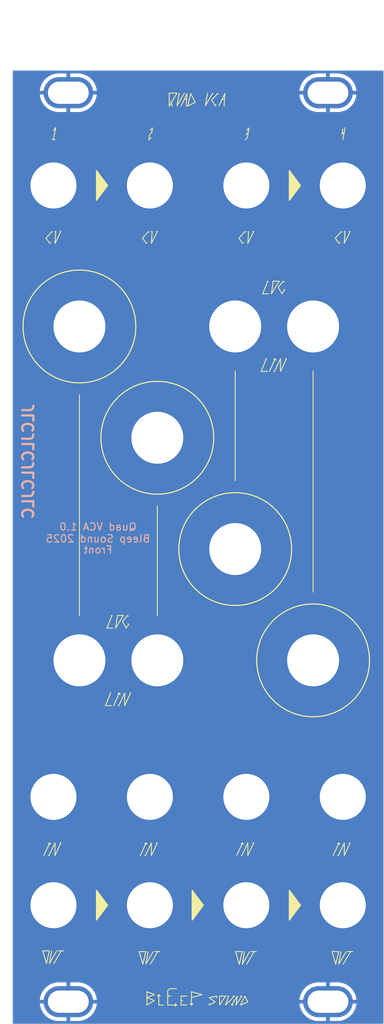
<source format=kicad_pcb>
(kicad_pcb (version 20240108) (generator "pcbnew") (generator_version "8.0")
  (layers (0 "F.Cu" signal) (31 "B.Cu" signal) (34 "B.Paste" user) (35 "F.Paste" user) (36 "B.SilkS" user "B.Silkscreen") (37 "F.SilkS" user "F.Silkscreen") (38 "B.Mask" user) (39 "F.Mask" user) (44 "Edge.Cuts" user))
  (net 0 "")
  (net 1 "GND")
  (footprint "Kicad-perso:Doepfer Mounting hole" (layer "F.Cu") (at 184.5 30.5)
    (property "Reference" "H3" (hide yes))
    (property "Value" "MountingHole_Pad")
    (pad "1" thru_hole oval (at 0 0) (size 6.7 4.2) (drill oval 5.5 3) (layers "*.Cu" "*.Mask") (net 1 "GND"))
  )
  (footprint "Kicad-perso:Doepfer Mounting hole" (layer "F.Cu") (at 219.5 30.5)
    (property "Reference" "H4" (hide yes))
    (property "Value" "MountingHole_Pad")
    (pad "1" thru_hole oval (at 0 0) (size 6.7 4.2) (drill oval 5.5 3) (layers "*.Cu" "*.Mask") (net 1 "GND"))
  )
  (footprint "Kicad-perso:Doepfer Mounting hole" (layer "F.Cu") (at 219.5 153)
    (property "Reference" "H5" (hide yes))
    (property "Value" "MountingHole_Pad")
    (pad "1" thru_hole oval (at 0 0) (size 6.7 4.2) (drill oval 5.5 3) (layers "*.Cu" "*.Mask") (net 1 "GND"))
  )
  (footprint "Kicad-perso:Doepfer Mounting hole" (layer "F.Cu") (at 184.5 153)
    (property "Reference" "H6" (hide yes))
    (property "Value" "MountingHole_Pad")
    (pad "1" thru_hole oval (at 0 0) (size 6.7 4.2) (drill oval 5.5 3) (layers "*.Cu" "*.Mask") (net 1 "GND"))
  )
  (gr_line (start 196.100001 152.05) (end 195.100001 151.65) (stroke (width 0.12)) (layer "F.SilkS"))
  (gr_line (start 200.900001 153.25) (end 201.100001 153.45) (stroke (width 0.12)) (layer "F.SilkS"))
  (gr_line (start 205.700001 152.25) (end 204.900001 152.25) (stroke (width 0.12)) (layer "F.SilkS"))
  (gr_line (start 208.300001 152.25) (end 208.700001 153.05) (stroke (width 0.12)) (layer "F.SilkS"))
  (gr_line (start 221.8 35.2) (end 221.7 35.8) (stroke (width 0.12)) (layer "F.SilkS"))
  (gr_poly (pts (xy 202.7 140) (xy 201.2 142) (xy 201.2 138)) (stroke (width 0.15)) (fill solid) (layer "F.SilkS"))
  (gr_line (start 195.250001 146.25) (end 194.950001 147.95) (stroke (width 0.12)) (layer "F.SilkS"))
  (gr_line (start 189.7 102.65) (end 190.5 102.65) (stroke (width 0.12)) (layer "F.SilkS"))
  (gr_line (start 222.5 49.2) (end 222.4 49.2) (stroke (width 0.12)) (layer "F.SilkS"))
  (gr_line (start 196.5 131.6) (end 196.4 131.6) (stroke (width 0.12)) (layer "F.SilkS"))
  (gr_line (start 196.5 49.2) (end 195.7 50.8) (stroke (width 0.12)) (layer "F.SilkS"))
  (gr_line (start 209.5 49.2) (end 209.4 49.2) (stroke (width 0.12)) (layer "F.SilkS"))
  (gr_line (start 220.9 133.3) (end 221.7 131.6) (stroke (width 0.12)) (layer "F.SilkS"))
  (gr_line (start 221 131.6) (end 220.8 131.7) (stroke (width 0.12)) (layer "F.SilkS"))
  (gr_line (start 190.4 100.95) (end 190.3 100.95) (stroke (width 0.12)) (layer "F.SilkS"))
  (gr_line (start 221.7 35.8) (end 221.5 36.8) (stroke (width 0.12)) (layer "F.SilkS"))
  (gr_line (start 208.45 36.15) (end 208.75 35.85) (stroke (width 0.12)) (layer "F.SilkS"))
  (gr_line (start 211.2 66.35) (end 210.5 68.05) (stroke (width 0.12)) (layer "F.SilkS"))
  (gr_line (start 201.100001 153.45) (end 201.100001 153.25) (stroke (width 0.12)) (layer "F.SilkS"))
  (gr_line (start 182.3 49.2) (end 182.4 49.3) (stroke (width 0.12)) (layer "F.SilkS"))
  (gr_line (start 202.500001 152.05) (end 201.100001 152.45) (stroke (width 0.12)) (layer "F.SilkS"))
  (gr_line (start 181.9 133.3) (end 181.8 133.3) (stroke (width 0.12)) (layer "F.SilkS"))
  (gr_line (start 208.250001 146.25) (end 207.950001 147.95) (stroke (width 0.12)) (layer "F.SilkS"))
  (gr_line (start 209.150001 146.25) (end 209.850001 146.25) (stroke (width 0.12)) (layer "F.SilkS"))
  (gr_line (start 192.5 100.95) (end 191.8 101.75) (stroke (width 0.12)) (layer "F.SilkS"))
  (gr_line (start 190.6 113.1) (end 191.4 111.4) (stroke (width 0.12)) (layer "F.SilkS"))
  (gr_line (start 196.550001 146.25) (end 195.550001 147.95) (stroke (width 0.12)) (layer "F.SilkS"))
  (gr_line (start 213.9 66.35) (end 213.8 66.35) (stroke (width 0.12)) (layer "F.SilkS"))
  (gr_line (start 204.625 30.6) (end 204.725 30.7) (stroke (width 0.12)) (layer "F.SilkS"))
  (gr_line (start 182.3 36.8) (end 182.7 36.8) (stroke (width 0.12)) (layer "F.SilkS"))
  (gr_line (start 205.6 30.6) (end 205.5 32.3) (stroke (width 0.12)) (layer "F.SilkS"))
  (gr_poly (pts (xy 189.800001 140) (xy 188.300001 142) (xy 188.300001 138)) (stroke (width 0.15)) (fill solid) (layer "F.SilkS"))
  (gr_line (start 208.55 35.55) (end 208.85 35.25) (stroke (width 0.12)) (layer "F.SilkS"))
  (gr_line (start 200.5 30.6) (end 200.4 32.3) (stroke (width 0.12)) (layer "F.SilkS"))
  (gr_line (start 195.3 49.2) (end 194.5 50.1) (stroke (width 0.12)) (layer "F.SilkS"))
  (gr_line (start 207.300001 152.25) (end 206.500001 153.45) (stroke (width 0.12)) (layer "F.SilkS"))
  (gr_line (start 198.300001 151.25) (end 199.100001 151.25) (stroke (width 0.12)) (layer "F.SilkS"))
  (gr_line (start 211.4 55.9) (end 211.3 55.9) (stroke (width 0.12)) (layer "F.SilkS"))
  (gr_line (start 207.900001 152.25) (end 207.700001 152.25) (stroke (width 0.12)) (layer "F.SilkS"))
  (gr_line (start 190.2 111.4) (end 189.5 113.1) (stroke (width 0.12)) (layer "F.SilkS"))
  (gr_line (start 199.15 32.25) (end 200.15 30.55) (stroke (width 0.12)) (layer "F.SilkS"))
  (gr_line (start 208.8 49.2) (end 208.7 50.8) (stroke (width 0.12)) (layer "F.SilkS"))
  (gr_line (start 182.250001 146.15) (end 181.950001 147.85) (stroke (width 0.12)) (layer "F.SilkS"))
  (gr_line (start 204.325 32.25) (end 204.425 32.1) (stroke (width 0.12)) (layer "F.SilkS"))
  (gr_line (start 183.5 49.2) (end 183.4 49.2) (stroke (width 0.12)) (layer "F.SilkS"))
  (gr_line (start 213.55 57) (end 213.65 57.1) (stroke (width 0.12)) (layer "F.SilkS"))
  (gr_line (start 208.8 49.2) (end 208.7 49.2) (stroke (width 0.12)) (layer "F.SilkS"))
  (gr_line (start 207.100001 153.45) (end 207.900001 152.25) (stroke (width 0.12)) (layer "F.SilkS"))
  (gr_line (start 196.700001 153.45) (end 197.300001 153.45) (stroke (width 0.12)) (layer "F.SilkS"))
  (gr_line (start 213.3 57.6) (end 213.65 57.1) (stroke (width 0.12)) (layer "F.SilkS"))
  (gr_line (start 212.925 55.9) (end 211.875 57.6) (stroke (width 0.12)) (layer "F.SilkS"))
  (gr_line (start 181.9 133.3) (end 182.7 131.6) (stroke (width 0.12)) (layer "F.SilkS"))
  (gr_line (start 208.7 131.6) (end 208.7 133.3) (stroke (width 0.12)) (layer "F.SilkS"))
  (gr_line (start 200.5 30.6) (end 199.7 32.3) (stroke (width 0.12)) (layer "F.SilkS"))
  (gr_line (start 221.3 49.2) (end 221.4 49.3) (stroke (width 0.12)) (layer "F.SilkS"))
  (gr_circle (center 186 62) (end 193.6 62) (stroke (width 0.15)) (fill none) (layer "F.SilkS"))
  (gr_line (start 199.700001 152.25) (end 200.500001 152.25) (stroke (width 0.12)) (layer "F.SilkS"))
  (gr_line (start 194.2 133.3) (end 195 131.6) (stroke (width 0.12)) (layer "F.SilkS"))
  (gr_line (start 208.300001 152.25) (end 207.700001 153.45) (stroke (width 0.12)) (layer "F.SilkS"))
  (gr_line (start 191.4 111.4) (end 191.5 111.6) (stroke (width 0.12)) (layer "F.SilkS"))
  (gr_line (start 192.9 111.4) (end 192.8 111.4) (stroke (width 0.12)) (layer "F.SilkS"))
  (gr_line (start 192.55 102.05) (end 192.65 102.15) (stroke (width 0.12)) (layer "F.SilkS"))
  (gr_line (start 195.85 35.25) (end 195.75 35.85) (stroke (width 0.12)) (layer "F.SilkS"))
  (gr_line (start 201 30.6) (end 200.6 32.3) (stroke (width 0.12)) (layer "F.SilkS"))
  (gr_line (start 212.3 68.05) (end 212.2 68.05) (stroke (width 0.12)) (layer "F.SilkS"))
  (gr_line (start 195.8 49.2) (end 195.7 50.8) (stroke (width 0.12)) (layer "F.SilkS"))
  (gr_line (start 208.3 49.2) (end 207.5 50.1) (stroke (width 0.12)) (layer "F.SilkS"))
  (gr_poly (pts (xy 215.800001 140) (xy 214.300001 142) (xy 214.300001 138)) (stroke (width 0.15)) (fill solid) (layer "F.SilkS"))
  (gr_line (start 195.45 36.15) (end 195.75 35.85) (stroke (width 0.12)) (layer "F.SilkS"))
  (gr_line (start 208.7 133.3) (end 209.5 131.6) (stroke (width 0.12)) (layer "F.SilkS"))
  (gr_line (start 220.5 50.1) (end 221 50.8) (stroke (width 0.12)) (layer "F.SilkS"))
  (gr_line (start 191.925 100.95) (end 190.875 102.65) (stroke (width 0.12)) (layer "F.SilkS"))
  (gr_line (start 196.700001 152.05) (end 196.700001 153.45) (stroke (width 0.12)) (layer "F.SilkS"))
  (gr_line (start 182.7 133.3) (end 183.5 131.6) (stroke (width 0.12)) (layer "F.SilkS"))
  (gr_line (start 221.5 35.4) (end 221.4 36.1) (stroke (width 0.12)) (layer "F.SilkS"))
  (gr_line (start 194.550001 147.95) (end 194.050001 146.25) (stroke (width 0.12)) (layer "F.SilkS"))
  (gr_line (start 197.900001 151.65) (end 197.900001 153.45) (stroke (width 0.12)) (layer "F.SilkS"))
  (gr_line (start 183.5 49.2) (end 182.7 50.8) (stroke (width 0.12)) (layer "F.SilkS"))
  (gr_line (start 195 131.6) (end 194.8 131.7) (stroke (width 0.12)) (layer "F.SilkS"))
  (gr_line (start 205.700001 153.45) (end 206.900001 152.25) (stroke (width 0.12)) (layer "F.SilkS"))
  (gr_line (start 217.5 97.8) (end 217.5 68) (stroke (width 0.12)) (layer "F.SilkS"))
  (gr_line (start 203.500001 152.45) (end 204.300001 153.05) (stroke (width 0.12)) (layer "F.SilkS"))
  (gr_line (start 208 131.6) (end 208.1 131.8) (stroke (width 0.12)) (layer "F.SilkS"))
  (gr_line (start 221.4 36.1) (end 221.7 35.8) (stroke (width 0.12)) (layer "F.SilkS"))
  (gr_line (start 191.125 100.95) (end 191.925 100.95) (stroke (width 0.12)) (layer "F.SilkS"))
  (gr_line (start 182 131.6) (end 181.8 131.7) (stroke (width 0.12)) (layer "F.SilkS"))
  (gr_line (start 199.15 30.55) (end 198.1 32.3) (stroke (width 0.12)) (layer "F.SilkS"))
  (gr_line (start 192.1 113.1) (end 192.9 111.4) (stroke (width 0.12)) (layer "F.SilkS"))
  (gr_line (start 206.500001 153.45) (end 206.700001 153.45) (stroke (width 0.12)) (layer "F.SilkS"))
  (gr_line (start 181.5 50.1) (end 182 50.8) (stroke (width 0.12)) (layer "F.SilkS"))
  (gr_line (start 192.3 102.65) (end 192.65 102.15) (stroke (width 0.12)) (layer "F.SilkS"))
  (gr_line (start 206.900001 152.25) (end 206.700001 152.25) (stroke (width 0.12)) (layer "F.SilkS"))
  (gr_line (start 208.75 35.85) (end 208.65 36.55) (stroke (width 0.12)) (layer "F.SilkS"))
  (gr_line (start 201.100001 153.45) (end 201.300001 153.25) (stroke (width 0.12)) (layer "F.SilkS"))
  (gr_line (start 207.9 133.3) (end 208.7 131.6) (stroke (width 0.12)) (layer "F.SilkS"))
  (gr_line (start 181.2 133.3) (end 182 131.6) (stroke (width 0.12)) (layer "F.SilkS"))
  (gr_line (start 191.3 113.1) (end 192.1 111.4) (stroke (width 0.12)) (layer "F.SilkS"))
  (gr_line (start 222.5 49.2) (end 221.7 50.8) (stroke (width 0.12)) (layer "F.SilkS"))
  (gr_line (start 183.150001 146.15) (end 183.850001 146.15) (stroke (width 0.12)) (layer "F.SilkS"))
  (gr_line (start 195.55 35.55) (end 195.85 35.25) (stroke (width 0.12)) (layer "F.SilkS"))
  (gr_line (start 198.3 31.7) (end 198.5 32.3) (stroke (width 0.12)) (layer "F.SilkS"))
  (gr_line (start 212.8 56.7) (end 213.3 57.6) (stroke (width 0.12)) (layer "F.SilkS"))
  (gr_line (start 190.875 102.65) (end 191.125 100.95) (stroke (width 0.12)) (layer "F.SilkS"))
  (gr_line (start 182.8 49.2) (end 182.7 50.8) (stroke (width 0.12)) (layer "F.SilkS"))
  (gr_line (start 209.5 131.6) (end 209.4 131.6) (stroke (width 0.12)) (layer "F.SilkS"))
  (gr_line (start 221.8 49.2) (end 221.7 50.8) (stroke (width 0.12)) (layer "F.SilkS"))
  (gr_line (start 194.050001 146.25) (end 194.950001 146.25) (stroke (width 0.12)) (layer "F.SilkS"))
  (gr_line (start 208.65 36.55) (end 208.35 36.85) (stroke (width 0.12)) (layer "F.SilkS"))
  (gr_line (start 221.8 49.2) (end 221.7 49.2) (stroke (width 0.12)) (layer "F.SilkS"))
  (gr_line (start 220.550001 147.95) (end 220.050001 146.25) (stroke (width 0.12)) (layer "F.SilkS"))
  (gr_line (start 196.700001 152.05) (end 196.900001 152.25) (stroke (width 0.12)) (layer "F.SilkS"))
  (gr_line (start 195.100001 151.65) (end 195.100001 153.45) (stroke (width 0.12)) (layer "F.SilkS"))
  (gr_line (start 195.100001 153.45) (end 196.100001 152.85) (stroke (width 0.12)) (layer "F.SilkS"))
  (gr_line (start 208.3 49.2) (end 208.4 49.3) (stroke (width 0.12)) (layer "F.SilkS"))
  (gr_line (start 210.5 68.05) (end 211.3 68.05) (stroke (width 0.12)) (layer "F.SilkS"))
  (gr_line (start 210.7 57.6) (end 211.5 57.6) (stroke (width 0.12)) (layer "F.SilkS"))
  (gr_line (start 207.9 133.3) (end 207.8 133.3) (stroke (width 0.12)) (layer "F.SilkS"))
  (gr_poly (pts (xy 189.8 43) (xy 188.3 45) (xy 188.3 41)) (stroke (width 0.15)) (fill solid) (layer "F.SilkS"))
  (gr_line (start 213.5 55.9) (end 212.8 56.7) (stroke (width 0.12)) (layer "F.SilkS"))
  (gr_line (start 195.8 49.2) (end 195.7 49.2) (stroke (width 0.12)) (layer "F.SilkS"))
  (gr_line (start 182 50.8) (end 182.1 50.7) (stroke (width 0.12)) (layer "F.SilkS"))
  (gr_line (start 196.5 49.2) (end 196.4 49.2) (stroke (width 0.12)) (layer "F.SilkS"))
  (gr_arc (start 197.900001 151.65) (mid 198.017158 151.367158) (end 198.300001 151.25) (stroke (width 0.12)) (layer "F.SilkS"))
  (gr_line (start 221 50.8) (end 221.1 50.7) (stroke (width 0.12)) (layer "F.SilkS"))
  (gr_line (start 183.550001 146.15) (end 182.550001 147.85) (stroke (width 0.12)) (layer "F.SilkS"))
  (gr_line (start 199.700001 153.45) (end 200.500001 153.45) (stroke (width 0.12)) (layer "F.SilkS"))
  (gr_line (start 211.4 55.9) (end 210.7 57.6) (stroke (width 0.12)) (layer "F.SilkS"))
  (gr_line (start 194.5 50.1) (end 195 50.8) (stroke (width 0.12)) (layer "F.SilkS"))
  (gr_line (start 182.7 131.6) (end 182.7 133.3) (stroke (width 0.12)) (layer "F.SilkS"))
  (gr_line (start 203.500001 153.45) (end 203.500001 153.25) (stroke (width 0.12)) (layer "F.SilkS"))
  (gr_circle (center 217.5 107) (end 225.1 107) (stroke (width 0.15)) (fill none) (layer "F.SilkS"))
  (gr_line (start 213.1 68.05) (end 213.9 66.35) (stroke (width 0.12)) (layer "F.SilkS"))
  (gr_line (start 212.4 66.35) (end 212.2 66.45) (stroke (width 0.12)) (layer "F.SilkS"))
  (gr_line (start 206.100001 152.25) (end 205.900001 152.25) (stroke (width 0.12)) (layer "F.SilkS"))
  (gr_line (start 194.9 133.3) (end 195.7 131.6) (stroke (width 0.12)) (layer "F.SilkS"))
  (gr_line (start 199.700001 152.25) (end 199.700001 153.45) (stroke (width 0.12)) (layer "F.SilkS"))
  (gr_line (start 181.050001 146.15) (end 181.950001 146.15) (stroke (width 0.12)) (layer "F.SilkS"))
  (gr_line (start 197.900001 153.45) (end 199.100001 153.45) (stroke (width 0.12)) (layer "F.SilkS"))
  (gr_line (start 191.3 113.1) (end 191.2 113.1) (stroke (width 0.12)) (layer "F.SilkS"))
  (gr_line (start 221.7 133.3) (end 222.5 131.6) (stroke (width 0.12)) (layer "F.SilkS"))
  (gr_line (start 201.6 31.8) (end 201 30.6) (stroke (width 0.12)) (layer "F.SilkS"))
  (gr_line (start 204.300001 153.05) (end 203.500001 153.45) (stroke (width 0.12)) (layer "F.SilkS"))
  (gr_line (start 195.7 133.3) (end 196.5 131.6) (stroke (width 0.12)) (layer "F.SilkS"))
  (gr_line (start 213.5 55.9) (end 213.6 56) (stroke (width 0.12)) (layer "F.SilkS"))
  (gr_line (start 196.700001 152.05) (end 196.500001 152.25) (stroke (width 0.12)) (layer "F.SilkS"))
  (gr_line (start 211.875 57.6) (end 212.125 55.9) (stroke (width 0.12)) (layer "F.SilkS"))
  (gr_circle (center 196.5 77) (end 204.1 77) (stroke (width 0.15)) (fill none) (layer "F.SilkS"))
  (gr_line (start 201.100001 151.65) (end 201.100001 153.45) (stroke (width 0.12)) (layer "F.SilkS"))
  (gr_line (start 182.3 49.2) (end 181.5 50.1) (stroke (width 0.12)) (layer "F.SilkS"))
  (gr_line (start 204.625 30.6) (end 203.825 31.5) (stroke (width 0.12)) (layer "F.SilkS"))
  (gr_line (start 195.7 131.6) (end 195.7 133.3) (stroke (width 0.12)) (layer "F.SilkS"))
  (gr_line (start 212.4 66.35) (end 212.5 66.55) (stroke (width 0.12)) (layer "F.SilkS"))
  (gr_line (start 199.700001 152.85) (end 199.900001 152.85) (stroke (width 0.12)) (layer "F.SilkS"))
  (gr_line (start 204.900001 152.25) (end 204.900001 153.45) (stroke (width 0.12)) (layer "F.SilkS"))
  (gr_line (start 192.1 111.4) (end 192.1 113.1) (stroke (width 0.12)) (layer "F.SilkS"))
  (gr_line (start 183.5 131.6) (end 183.4 131.6) (stroke (width 0.12)) (layer "F.SilkS"))
  (gr_line (start 211.2 66.35) (end 211.1 66.35) (stroke (width 0.12)) (layer "F.SilkS"))
  (gr_line (start 207.2 133.3) (end 208 131.6) (stroke (width 0.12)) (layer "F.SilkS"))
  (gr_line (start 196.150001 146.25) (end 196.850001 146.25) (stroke (width 0.12)) (layer "F.SilkS"))
  (gr_line (start 195 50.8) (end 195.1 50.7) (stroke (width 0.12)) (layer "F.SilkS"))
  (gr_line (start 220.950001 146.25) (end 220.550001 147.95) (stroke (width 0.12)) (layer "F.SilkS"))
  (gr_line (start 201.100001 151.65) (end 202.500001 152.05) (stroke (width 0.12)) (layer "F.SilkS"))
  (gr_line (start 213.1 66.35) (end 213.1 68.05) (stroke (width 0.12)) (layer "F.SilkS"))
  (gr_poly (pts (xy 215.8 43) (xy 214.3 45) (xy 214.3 41)) (stroke (width 0.15)) (fill solid) (layer "F.SilkS"))
  (gr_line (start 211.6 68.05) (end 212.4 66.35) (stroke (width 0.12)) (layer "F.SilkS"))
  (gr_line (start 207.950001 147.95) (end 208.950001 146.25) (stroke (width 0.12)) (layer "F.SilkS"))
  (gr_line (start 205.5 31.4) (end 205.3 31.4) (stroke (width 0.12)) (layer "F.SilkS"))
  (gr_line (start 222.5 131.6) (end 222.4 131.6) (stroke (width 0.12)) (layer "F.SilkS"))
  (gr_line (start 195 131.6) (end 195.1 131.8) (stroke (width 0.12)) (layer "F.SilkS"))
  (gr_line (start 199.45 30.55) (end 199.15 32.25) (stroke (width 0.12)) (layer "F.SilkS"))
  (gr_line (start 204.500001 152.25) (end 203.500001 152.45) (stroke (width 0.12)) (layer "F.SilkS"))
  (gr_line (start 209.5 49.2) (end 208.7 50.8) (stroke (width 0.12)) (layer "F.SilkS"))
  (gr_line (start 194.950001 146.25) (end 194.550001 147.95) (stroke (width 0.12)) (layer "F.SilkS"))
  (gr_line (start 202.975 32.25) (end 203.975 30.55) (stroke (width 0.12)) (layer "F.SilkS"))
  (gr_line (start 204.500001 152.25) (end 204.500001 152.45) (stroke (width 0.12)) (layer "F.SilkS"))
  (gr_line (start 208.85 35.25) (end 208.75 35.85) (stroke (width 0.12)) (layer "F.SilkS"))
  (gr_line (start 212.3 68.05) (end 213.1 66.35) (stroke (width 0.12)) (layer "F.SilkS"))
  (gr_line (start 220.2 133.3) (end 221 131.6) (stroke (width 0.12)) (layer "F.SilkS"))
  (gr_line (start 200.6 32.3) (end 201.6 31.8) (stroke (width 0.12)) (layer "F.SilkS"))
  (gr_circle (center 207 92) (end 214.6 92) (stroke (width 0.15)) (fill none) (layer "F.SilkS"))
  (gr_line (start 208 131.6) (end 207.8 131.7) (stroke (width 0.12)) (layer "F.SilkS"))
  (gr_line (start 221 131.6) (end 221.1 131.8) (stroke (width 0.12)) (layer "F.SilkS"))
  (gr_line (start 222.550001 146.25) (end 221.550001 147.95) (stroke (width 0.12)) (layer "F.SilkS"))
  (gr_line (start 207.550001 147.95) (end 207.050001 146.25) (stroke (width 0.12)) (layer "F.SilkS"))
  (gr_line (start 208 50.8) (end 208.1 50.7) (stroke (width 0.12)) (layer "F.SilkS"))
  (gr_line (start 182 131.6) (end 182.1 131.8) (stroke (width 0.12)) (layer "F.SilkS"))
  (gr_line (start 195.3 49.2) (end 195.4 49.3) (stroke (width 0.12)) (layer "F.SilkS"))
  (gr_line (start 198.1 30.55) (end 199.15 30.55) (stroke (width 0.12)) (layer "F.SilkS"))
  (gr_line (start 212.125 55.9) (end 212.925 55.9) (stroke (width 0.12)) (layer "F.SilkS"))
  (gr_line (start 206.100001 152.25) (end 205.700001 153.45) (stroke (width 0.12)) (layer "F.SilkS"))
  (gr_line (start 207.050001 146.25) (end 207.950001 146.25) (stroke (width 0.12)) (layer "F.SilkS"))
  (gr_line (start 198.1 32.3) (end 198.1 30.55) (stroke (width 0.12)) (layer "F.SilkS"))
  (gr_line (start 207.5 50.1) (end 208 50.8) (stroke (width 0.12)) (layer "F.SilkS"))
  (gr_line (start 199.100001 153.45) (end 198.900001 153.25) (stroke (width 0.12)) (layer "F.SilkS"))
  (gr_line (start 182.8 49.2) (end 182.7 49.2) (stroke (width 0.12)) (layer "F.SilkS"))
  (gr_line (start 196.100001 152.85) (end 195.100001 152.45) (stroke (width 0.12)) (layer "F.SilkS"))
  (gr_line (start 190.2 111.4) (end 190.1 111.4) (stroke (width 0.12)) (layer "F.SilkS"))
  (gr_line (start 191.4 111.4) (end 191.2 111.5) (stroke (width 0.12)) (layer "F.SilkS"))
  (gr_line (start 207 82.8) (end 207 68) (stroke (width 0.12)) (layer "F.SilkS"))
  (gr_line (start 194.950001 147.95) (end 195.950001 146.25) (stroke (width 0.12)) (layer "F.SilkS"))
  (gr_line (start 181.950001 147.85) (end 182.950001 146.15) (stroke (width 0.12)) (layer "F.SilkS"))
  (gr_line (start 191.8 101.75) (end 192.3 102.65) (stroke (width 0.12)) (layer "F.SilkS"))
  (gr_line (start 199.100001 153.45) (end 198.900001 153.65) (stroke (width 0.12)) (layer "F.SilkS"))
  (gr_line (start 186 101) (end 186 71.2) (stroke (width 0.12)) (layer "F.SilkS"))
  (gr_line (start 220.9 133.3) (end 220.8 133.3) (stroke (width 0.12)) (layer "F.SilkS"))
  (gr_line (start 189.5 113.1) (end 190.3 113.1) (stroke (width 0.12)) (layer "F.SilkS"))
  (gr_line (start 200.4 31.4) (end 200.2 31.4) (stroke (width 0.12)) (layer "F.SilkS"))
  (gr_line (start 197.900001 152.25) (end 198.300001 152.25) (stroke (width 0.12)) (layer "F.SilkS"))
  (gr_line (start 207.700001 153.45) (end 208.700001 153.05) (stroke (width 0.12)) (layer "F.SilkS"))
  (gr_line (start 195.45 36.15) (end 195.35 36.85) (stroke (width 0.12)) (layer "F.SilkS"))
  (gr_line (start 221.7 131.6) (end 221.7 133.3) (stroke (width 0.12)) (layer "F.SilkS"))
  (gr_line (start 207.300001 152.25) (end 207.100001 153.45) (stroke (width 0.12)) (layer "F.SilkS"))
  (gr_line (start 196.5 101) (end 196.5 86.2) (stroke (width 0.12)) (layer "F.SilkS"))
  (gr_line (start 205.6 30.6) (end 204.8 32.3) (stroke (width 0.12)) (layer "F.SilkS"))
  (gr_line (start 220.950001 147.95) (end 221.950001 146.25) (stroke (width 0.12)) (layer "F.SilkS"))
  (gr_line (start 190.4 100.95) (end 189.7 102.65) (stroke (width 0.12)) (layer "F.SilkS"))
  (gr_line (start 181.950001 146.15) (end 181.550001 147.85) (stroke (width 0.12)) (layer "F.SilkS"))
  (gr_line (start 195.65 36.55) (end 195.35 36.85) (stroke (width 0.12)) (layer "F.SilkS"))
  (gr_line (start 221.3 49.2) (end 220.5 50.1) (stroke (width 0.12)) (layer "F.SilkS"))
  (gr_line (start 207.950001 146.25) (end 207.550001 147.95) (stroke (width 0.12)) (layer "F.SilkS"))
  (gr_line (start 181.550001 147.85) (end 181.050001 146.15) (stroke (width 0.12)) (layer "F.SilkS"))
  (gr_line (start 222.150001 146.25) (end 222.850001 146.25) (stroke (width 0.12)) (layer "F.SilkS"))
  (gr_line (start 220.050001 146.25) (end 220.950001 146.25) (stroke (width 0.12)) (layer "F.SilkS"))
  (gr_line (start 195.100001 152.45) (end 196.100001 152.05) (stroke (width 0.12)) (layer "F.SilkS"))
  (gr_line (start 203.825 31.5) (end 204.325 32.25) (stroke (width 0.12)) (layer "F.SilkS"))
  (gr_line (start 182.5 35.6) (end 182.8 35.2) (stroke (width 0.12)) (layer "F.SilkS"))
  (gr_line (start 194.9 133.3) (end 194.8 133.3) (stroke (width 0.12)) (layer "F.SilkS"))
  (gr_line (start 192.5 100.95) (end 192.6 101.05) (stroke (width 0.12)) (layer "F.SilkS"))
  (gr_line (start 203.275 30.55) (end 202.975 32.25) (stroke (width 0.12)) (layer "F.SilkS"))
  (gr_line (start 204.900001 153.45) (end 205.700001 152.25) (stroke (width 0.12)) (layer "F.SilkS"))
  (gr_line (start 221.250001 146.25) (end 220.950001 147.95) (stroke (width 0.12)) (layer "F.SilkS"))
  (gr_line (start 209.550001 146.25) (end 208.550001 147.95) (stroke (width 0.12)) (layer "F.SilkS"))
  (gr_line (start 182.8 35.2) (end 182.5 36.8) (stroke (width 0.12)) (layer "F.SilkS"))
  (gr_line (start 227.000001 27.5) (end 227.000001 156) (stroke (width 0.05)) (layer "Edge.Cuts"))
  (gr_line (start 177.000001 27.5) (end 177 156) (stroke (width 0.05)) (layer "Edge.Cuts"))
  (gr_line (start 227.000001 156) (end 177 156) (stroke (width 0.05)) (layer "Edge.Cuts"))
  (gr_line (start 177.000001 27.5) (end 227.000001 27.5) (stroke (width 0.05)) (layer "Edge.Cuts"))
  (gr_text "Front" (at 188.5 92.1 0) (layer "B.SilkS") (effects (font (size 1 1)) (justify mirror)))
  (gr_text "Quad VCA 1.0\nBleep Sound 2025" (at 188.5 89.8 0) (layer "B.SilkS") (effects (font (size 1 1)) (justify mirror)))
  (gr_text "JLCJLCJLCJLC" (at 179.1 80.2 -270) (layer "B.SilkS") (effects (font (size 1.5 1.5) (thickness 0.3)) (justify mirror)))
  (via (at 208.500001 140) (size 8) (drill 6.2) (layers "F.Cu" "B.Cu") (net 1))
  (via (at 207 92) (size 8) (drill 7) (layers "F.Cu" "B.Cu") (net 1))
  (via (at 186 107) (size 8) (drill 7) (layers "F.Cu" "B.Cu") (net 1))
  (via (at 182.5 43) (size 8) (drill 6.2) (layers "F.Cu" "B.Cu") (net 1))
  (via (at 195.5 43) (size 8) (drill 6.2) (layers "F.Cu" "B.Cu") (net 1))
  (via (at 217.5 107) (size 8) (drill 7) (layers "F.Cu" "B.Cu") (net 1))
  (via (at 196.5 77) (size 8) (drill 7) (layers "F.Cu" "B.Cu") (net 1))
  (via (at 195.5 140) (size 8) (drill 6.2) (layers "F.Cu" "B.Cu") (net 1))
  (via (at 207 62) (size 8) (drill 7) (layers "F.Cu" "B.Cu") (net 1))
  (via (at 221.500001 43) (size 8) (drill 6.2) (layers "F.Cu" "B.Cu") (net 1))
  (via (at 208.500001 43) (size 8) (drill 6.2) (layers "F.Cu" "B.Cu") (net 1))
  (via (at 182.5 140) (size 8) (drill 6.2) (layers "F.Cu" "B.Cu") (net 1))
  (via (at 186 62) (size 8) (drill 7) (layers "F.Cu" "B.Cu") (net 1))
  (via (at 182.499999 125.4) (size 8) (drill 6.2) (layers "F.Cu" "B.Cu") (net 1))
  (via (at 221.5 125.4) (size 8) (drill 6.2) (layers "F.Cu" "B.Cu") (net 1))
  (via (at 221.500001 140) (size 8) (drill 6.2) (layers "F.Cu" "B.Cu") (net 1))
  (via (at 217.5 62) (size 8) (drill 7) (layers "F.Cu" "B.Cu") (net 1))
  (via (at 196.5 107) (size 8) (drill 7) (layers "F.Cu" "B.Cu") (net 1))
  (via (at 208.5 125.4) (size 8) (drill 6.2) (layers "F.Cu" "B.Cu") (net 1))
  (via (at 195.499999 125.4) (size 8) (drill 6.2) (layers "F.Cu" "B.Cu") (net 1))
  (zone (net 1) (net_name "GND") (layer "B.Cu") (priority 1) (connect_pads (clearance 0)) (min_thickness 0.25) (fill yes (thermal_gap 0.5) (thermal_bridge_width 0.5))
    (polygon (pts (xy 227 156) (xy 177 156) (xy 177 27.5) (xy 227 27.5)))
  )
)
</source>
